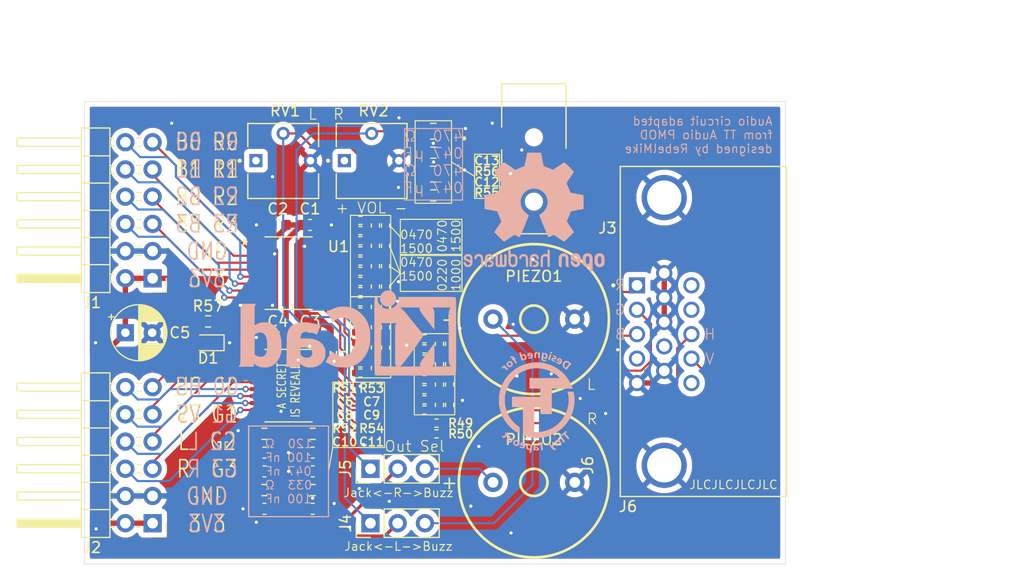
<source format=kicad_pcb>
(kicad_pcb (version 20240108) (generator "pcbnew") (generator_version "8.0")
  (layers (0 "F.Cu" signal) (31 "B.Cu" signal) (34 "B.Paste" user) (35 "F.Paste" user) (36 "B.SilkS" user "B.Silkscreen") (37 "F.SilkS" user "F.Silkscreen") (38 "B.Mask" user) (39 "F.Mask" user) (44 "Edge.Cuts" user))
  (net 0 "")
  (net 1 "GND")
  (net 2 "3V3")
  (net 3 "Net-(C6-Pad1)")
  (net 4 "Net-(C7-Pad1)")
  (net 5 "L_Filtered")
  (net 6 "R_Filtered")
  (net 7 "L_Out")
  (net 8 "L_ToJack")
  (net 9 "R_ToJack")
  (net 10 "R_Out")
  (net 11 "B0_In")
  (net 12 "R0_In")
  (net 13 "R1_In")
  (net 14 "B2_In")
  (net 15 "B1_In")
  (net 16 "R2_In")
  (net 17 "B3_In")
  (net 18 "R3_In")
  (net 19 "R_In")
  (net 20 "HS_In")
  (net 21 "G3_In")
  (net 22 "VS_In")
  (net 23 "G2_In")
  (net 24 "G1_In")
  (net 25 "L_In")
  (net 26 "G0_In")
  (net 27 "L_ToBuzzer")
  (net 28 "R_ToBuzzer")
  (net 29 "B_ANALOG")
  (net 30 "R_ANALOG")
  (net 31 "Net-(J6-Pad14)")
  (net 32 "G_ANALOG")
  (net 36 "Net-(J6-Pad13)")
  (net 39 "Net-(R1-Pad2)")
  (net 40 "R0")
  (net 41 "R1")
  (net 42 "R2")
  (net 43 "Net-(R11-Pad1)")
  (net 44 "R3")
  (net 45 "L")
  (net 46 "R")
  (net 47 "G0")
  (net 48 "G1")
  (net 49 "G2")
  (net 50 "Net-(R13-Pad1)")
  (net 51 "G3")
  (net 52 "B0")
  (net 53 "B1")
  (net 54 "Net-(R17-Pad2)")
  (net 55 "B2")
  (net 56 "B3")
  (net 57 "HS")
  (net 58 "VS")
  (net 61 "Net-(D1-A)")
  (net 62 "Net-(R23-Pad2)")
  (net 63 "Net-(R21-Pad2)")
  (net 64 "Net-(R39-Pad2)")
  (net 65 "Net-(R33-Pad2)")
  (net 66 "Net-(R37-Pad2)")
  (footprint "Resistor_SMD:R_0603_1608Metric" (layer "F.Cu") (at 98.75 108.5 180)
    (property "Reference" "R53")
    (property "Value" "120R")
  )
  (footprint "Resistor_SMD:R_0402_1005Metric" (layer "F.Cu") (at 110.575 103.9 90)
    (property "Reference" "R29" (hide yes))
    (property "Value" "220" (hide yes))
  )
  (footprint "Resistor_SMD:R_0402_1005Metric" (layer "F.Cu") (at 109.175 102.475)
    (property "Reference" "R22" (hide yes))
    (property "Value" "1500" (hide yes))
  )
  (footprint "Resistor_SMD:R_0402_1005Metric" (layer "F.Cu") (at 110.3 107.5)
    (property "Reference" "R49")
    (property "Value" "49.9R" (hide yes))
  )
  (footprint "PJ-320B:BOOMELE_PJ-320B" (layer "F.Cu") (at 119.38 83.82 -90)
    (property "Reference" "J3")
    (property "Value" "PJ-320B")
  )
  (footprint "Capacitor_THT:CP_Radial_D5.0mm_P2.50mm" (layer "F.Cu") (at 81.28 99.06)
    (property "Reference" "C5")
    (property "Value" "10u")
  )
  (footprint "Resistor_SMD:R_0402_1005Metric" (layer "F.Cu") (at 105.55 92.85 90)
    (property "Reference" "R14" (hide yes))
    (property "Value" "1000" (hide yes))
  )
  (footprint "Resistor_SMD:R_0402_1005Metric" (layer "F.Cu") (at 104.6 102.35 90)
    (property "Reference" "R47" (hide yes))
    (property "Value" "220" (hide yes))
  )
  (footprint "Capacitor_SMD:C_0603_1608Metric" (layer "F.Cu") (at 94.25 115.5 180)
    (property "Reference" "C10")
    (property "Value" "100nF")
  )
  (footprint "LCSC:BUZ-TH_BD14.0-P7.60-D0.7-FD" (layer "F.Cu") (at 119.38 97.79)
    (property "Reference" "PIEZO1")
    (property "Value" "ZL-YDW1407-4005P-7.6")
  )
  (footprint "Connector_PinHeader_2.54mm:PinHeader_2x06_P2.54mm_Horizontal" (layer "F.Cu") (at 83.82 93.98 180)
    (property "Reference" "J1")
    (property "Value" "Conn_02x06_Odd_Even")
  )
  (footprint "LCSC:TRIM_3362P-1-102" (layer "F.Cu") (at 96 83)
    (property "Reference" "RV1")
    (property "Value" "3362P-1-201LF")
  )
  (footprint "Resistor_SMD:R_0603_1608Metric" (layer "F.Cu") (at 110 82.25 180)
    (property "Reference" "R56")
    (property "Value" "470R")
  )
  (footprint "Capacitor_SMD:C_0805_2012Metric" (layer "F.Cu") (at 110 80.25 180)
    (property "Reference" "C13")
    (property "Value" "47uF")
  )
  (footprint "Capacitor_SMD:C_0805_2012Metric" (layer "F.Cu") (at 110 84.25 180)
    (property "Reference" "C12")
    (property "Value" "47uF")
  )
  (footprint "Resistor_SMD:R_0402_1005Metric" (layer "F.Cu") (at 103.2 99.025)
    (property "Reference" "R38" (hide yes))
    (property "Value" "1500" (hide yes))
  )
  (footprint "Resistor_SMD:R_0402_1005Metric" (layer "F.Cu") (at 103.2 92.375)
    (property "Reference" "R7" (hide yes))
    (property "Value" "470" (hide yes))
  )
  (footprint "Capacitor_SMD:C_0603_1608Metric" (layer "F.Cu") (at 98.75 110.25 180)
    (property "Reference" "C7")
    (property "Value" "100nF")
  )
  (footprint "Resistor_SMD:R_0603_1608Metric" (layer "F.Cu") (at 94.25 113.75 180)
    (property "Reference" "R52")
    (property "Value" "33R")
  )
  (footprint "Resistor_SMD:R_0402_1005Metric" (layer "F.Cu") (at 111.525 100.1 -90)
    (property "Reference" "R18" (hide yes))
    (property "Value" "1500" (hide yes))
  )
  (footprint "Resistor_SMD:R_0402_1005Metric" (layer "F.Cu") (at 109.175 101.525)
    (property "Reference" "R21" (hide yes))
    (property "Value" "470" (hide yes))
  )
  (footprint "Resistor_SMD:R_0402_1005Metric" (layer "F.Cu") (at 103.2 96.175)
    (property "Reference" "R35" (hide yes))
    (property "Value" "470" (hide yes))
  )
  (footprint "Package_SO:TSSOP-20_4.4x6.5mm_P0.65mm" (layer "F.Cu") (at 96.5 104)
    (property "Reference" "U2")
    (property "Value" "SN74LVC245APW")
  )
  (footprint "LCSC:TRIM_3362P-1-102" (layer "F.Cu") (at 104.25 83)
    (property "Reference" "RV2")
    (property "Value" "3362P-1-201LF")
  )
  (footprint "Resistor_SMD:R_0402_1005Metric" (layer "F.Cu") (at 110.575 105.8 90)
    (property "Reference" "R31" (hide yes))
    (property "Value" "220" (hide yes))
  )
  (footprint "Resistor_SMD:R_0402_1005Metric" (layer "F.Cu") (at 105.55 90.95 90)
    (property "Reference" "R12" (hide yes))
    (property "Value" "1000" (hide yes))
  )
  (footprint "Capacitor_SMD:C_0603_1608Metric" (layer "F.Cu") (at 98.5 99.5)
    (property "Reference" "C3")
    (property "Value" "100n")
  )
  (footprint "Resistor_SMD:R_0402_1005Metric" (layer "F.Cu") (at 103.2 101.875)
    (property "Reference" "R41" (hide yes))
    (property "Value" "470" (hide yes))
  )
  (footprint "Resistor_SMD:R_0402_1005Metric" (layer "F.Cu") (at 109.175 103.425)
    (property "Reference" "R23" (hide yes))
    (property "Value" "470" (hide yes))
  )
  (footprint "Resistor_SMD:R_0603_1608Metric" (layer "F.Cu") (at 110 86.25 180)
    (property "Reference" "R55")
    (property "Value" "470R")
  )
  (footprint "Resistor_SMD:R_0402_1005Metric" (layer "F.Cu") (at 103.2 99.975)
    (property "Reference" "R39" (hide yes))
    (property "Value" "470" (hide yes))
  )
  (footprint "Resistor_SMD:R_0402_1005Metric" (layer "F.Cu") (at 109.175 100.575)
    (property "Reference" "R20" (hide yes))
    (property "Value" "1500" (hide yes))
  )
  (footprint "Resistor_SMD:R_0402_1005Metric" (layer "F.Cu") (at 105.55 98.55 90)
    (property "Reference" "R44" (hide yes))
    (property "Value" "1000" (hide yes))
  )
  (footprint "Resistor_SMD:R_0402_1005Metric" (layer "F.Cu") (at 105.55 100.45 90)
    (property "Reference" "R46" (hide yes))
    (property "Value" "1000" (hide yes))
  )
  (footprint "Resistor_SMD:R_0402_1005Metric" (layer "F.Cu") (at 103.2 91.425)
    (property "Reference" "R6" (hide yes))
    (property "Value" "1500" (hide yes))
  )
  (footprint "Resistor_SMD:R_0402_1005Metric" (layer "F.Cu") (at 103.2 89.525)
    (property "Reference" "R4" (hide yes))
    (property "Value" "1500" (hide yes))
  )
  (footprint "Connector_PinHeader_2.54mm:PinHeader_1x03_P2.54mm_Vertical" (layer "F.Cu") (at 104.14 116.84 90)
    (property "Reference" "J4")
    (property "Value" "Male header")
  )
  (footprint "Package_SO:TSSOP-20_4.4x6.5mm_P0.65mm" (layer "F.Cu") (at 96.5 93.5)
    (property "Reference" "U1")
    (property "Value" "SN74LVC245APW")
  )
  (footprint "Resistor_SMD:R_0402_1005Metric" (layer "F.Cu") (at 105.55 96.65 -90)
    (property "Reference" "R34" (hide yes))
    (property "Value" "1500" (hide yes))
  )
  (footprint "Resistor_SMD:R_0402_1005Metric" (layer "F.Cu") (at 109.175 99.625)
    (property "Reference" "R19" (hide yes))
    (property "Value" "470" (hide yes))
  )
  (footprint "Resistor_SMD:R_0402_1005Metric" (layer "F.Cu") (at 104.6 90.95 90)
    (property "Reference" "R11" (hide yes))
    (property "Value" "220" (hide yes))
  )
  (footprint "Resistor_SMD:R_0402_1005Metric" (layer "F.Cu") (at 109.175 105.325)
    (property "Reference" "R25" (hide yes))
    (property "Value" "470" (hide yes))
  )
  (footprint "Capacitor_SMD:C_0603_1608Metric" (layer "F.Cu") (at 98.75 112 180)
    (property "Reference" "C9")
    (property "Value" "47nF")
  )
  (footprint "Resistor_SMD:R_0603_1608Metric" (layer "F.Cu") (at 94.25 108.5)
    (property "Reference" "R51")
    (property "Value" "120R")
  )
  (footprint "Resistor_SMD:R_0402_1005Metric" (layer "F.Cu") (at 110.575 102 90)
    (property "Reference" "R27" (hide yes))
    (property "Value" "220" (hide yes))
  )
  (footprint "Resistor_SMD:R_0402_1005Metric" (layer "F.Cu") (at 103.2 93.325)
    (property "Reference" "R8" (hide yes))
    (property "Value" "1500" (hide yes))
  )
  (footprint "Resistor_SMD:R_0402_1005Metric" (layer "F.Cu") (at 103.2 90.475)
    (property "Reference" "R5" (hide yes))
    (property "Value" "470" (hide yes))
  )
  (footprint "LCSC:BUZ-TH_BD14.0-P7.60-D0.7-FD" (layer "F.Cu") (at 119.38 113.03)
    (property "Reference" "PIEZO2")
    (property "Value" "ZL-YDW1407-4005P-7.6")
  )
  (footprint "Resistor_SMD:R_0402_1005Metric" (layer "F.Cu") (at 105.55 94.75 90)
    (property "Reference" "R16" (hide yes))
    (property "Value" "1000" (hide yes))
  )
  (footprint "Resistor_SMD:R_0402_1005Metric" (layer "F.Cu") (at 104.6 94.75 90)
    (property "Reference" "R15" (hide yes))
    (property "Value" "220" (hide yes))
  )
  (footprint "Resistor_SMD:R_0402_1005Metric" (layer "F.Cu") (at 110.3 108.5)
    (property "Reference" "R50")
    (property "Value" "49.9R" (hide yes))
  )
  (footprint "ICD15S13E4GX00LF:AMPHENOL_ICD15S13E4GX00LF" (layer "F.Cu") (at 131.5375 98.94175 90)
    (property "Reference" "J6")
    (property "Value" "ICD15S13E4GX00LF")
  )
  (footprint "Capacitor_SMD:C_0603_1608Metric" (layer "F.Cu") (at 98.5 89)
    (property "Reference" "C1")
    (property "Value" "100n")
  )
  (footprint "Capacitor_SMD:C_0603_1608Metric" (layer "F.Cu") (at 94.25 112)
    (property "Reference" "C8")
    (property "Value" "47nF")
  )
  (footprint "Resistor_SMD:R_0402_1005Metric" (layer "F.Cu") (at 104.6 98.55 90)
    (property "Reference" "R43" (hide yes))
    (property "Value" "220" (hide yes))
  )
  (footprint "Resistor_SMD:R_0402_1005Metric" (layer "F.Cu") (at 110.575 100.1 -90)
    (property "Reference" "R17" (hide yes))
    (property "Value" "470" (hide yes))
  )
  (footprint "Resistor_SMD:R_0402_1005Metric" (layer "F.Cu") (at 104.6 89.05 -90)
    (property "Reference" "R1" (hide yes))
    (property "Value" "470" (hide yes))
  )
  (footprint "LED_SMD:LED_0603_1608Metric" (layer "F.Cu") (at 89 100 180)
    (property "Reference" "D1")
    (property "Value" "LED")
  )
  (footprint "Connector_PinHeader_2.54mm:PinHeader_1x03_P2.54mm_Vertical" (layer "F.Cu") (at 104.14 111.76 90)
    (property "Reference" "J5")
    (property "Value" "Male header")
  )
  (footprint "Resistor_SMD:R_0402_1005Metric" (layer "F.Cu") (at 111.525 102 90)
    (property "Reference" "R28" (hide yes))
    (property "Value" "1000" (hide yes))
  )
  (footprint "Capacitor_SMD:C_0603_1608Metric" (layer "F.Cu") (at 98.75 115.5)
    (property "Reference" "C11")
    (property "Value" "100nF")
  )
  (footprint "Connector_PinHeader_2.54mm:PinHeader_2x06_P2.54mm_Horizontal" (layer "F.Cu") (at 83.82 116.84 180)
    (property "Reference" "J2")
    (property "Value" "Conn_02x06_Odd_Even")
  )
  (footprint "Resistor_SMD:R_0402_1005Metric" (layer "F.Cu") (at 109.175 104.375)
    (property "Reference" "R24" (hide yes))
    (property "Value" "1500" (hide yes))
  )
  (footprint "Resistor_SMD:R_0402_1005Metric" (layer "F.Cu") (at 105.55 89.05 -90)
    (property "Reference" "R2" (hide yes))
    (property "Value" "1500" (hide yes))
  )
  (footprint "Capacitor_SMD:C_0603_1608Metric" (layer "F.Cu") (at 95.5 89 180)
    (property "Reference" "C2")
    (property "Value" "1u")
  )
  (footprint "Resistor_SMD:R_0402_1005Metric" (layer "F.Cu") (at 103.2 98.075)
    (property "Reference" "R37" (hide yes))
    (property "Value" "470" (hide yes))
  )
  (footprint "Resistor_SMD:R_0402_1005Metric" (layer "F.Cu") (at 104.6 96.65 -90)
    (property "Reference" "R33" (hide yes))
    (property "Value" "470" (hide yes))
  )
  (footprint "Resistor_SMD:R_0402_1005Metric" (layer "F.Cu") (at 103.2 94.275)
    (property "Reference" "R9" (hide yes))
    (property "Value" "470" (hide yes))
  )
  (footprint "Capacitor_SMD:C_0603_1608Metric" (layer "F.Cu") (at 95.5 99.5 180)
    (property "Reference" "C4")
    (property "Value" "1u")
  )
  (footprint "Resistor_SMD:R_0402_1005Metric" (layer "F.Cu") (at 103.2 97.125)
    (property "Reference" "R36" (hide yes))
    (property "Value" "1500" (hide yes))
  )
  (footprint "Resistor_SMD:R_0402_1005Metric" (layer "F.Cu") (at 104.6 92.85 90)
    (property "Reference" "R13" (hide yes))
    (property "Value" "220" (hide yes))
  )
  (footprint "Capacitor_SMD:C_0603_1608Metric" (layer "F.Cu") (at 94.25 110.25)
    (property "Reference" "C6")
    (property "Value" "100nF")
  )
  (footprint "Resistor_SMD:R_0402_1005Metric" (layer "F.Cu") (at 103.2 100.925)
    (property "Reference" "R40" (hide yes))
    (property "Value" "1500" (hide yes))
  )
  (footprint "Resistor_SMD:R_0402_1005Metric" (layer "F.Cu") (at 103.2 102.825)
    (property "Reference" "R42" (hide yes))
    (property "Value" "1500" (hide yes))
  )
  (footprint "Resistor_SMD:R_0402_1005Metric" (layer "F.Cu") (at 104.6 100.45 90)
    (property "Reference" "R45" (hide yes))
    (property "Value" "220" (hide yes))
  )
  (footprint "Resistor_SMD:R_0402_1005Metric" (layer "F.Cu") (at 111.525 105.8 90)
    (property "Reference" "R32" (hide yes))
    (property "Value" "1000" (hide yes))
  )
  (footprint "Resistor_SMD:R_0402_1005Metric" (layer "F.Cu") (at 109.175 106.275)
    (property "Reference" "R26" (hide yes))
    (property "Value" "1500" (hide yes))
  )
  (footprint "Resistor_SMD:R_0402_1005Metric" (layer "F.Cu") (at 105.55 102.35 90)
    (property "Reference" "R48" (hide yes))
    (property "Value" "1000" (hide yes))
  )
  (footprint "Resistor_SMD:R_0402_1005Metric" (layer "F.Cu") (at 103.2 88.575)
    (property "Reference" "R3" (hide yes))
    (property "Value" "470" (hide yes))
  )
  (footprint "Resistor_SMD:R_0402_1005Metric" (layer "F.Cu") (at 111.525 103.9 90)
    (property "Reference" "R30" (hide yes))
    (property "Value" "1000" (hide yes))
  )
  (footprint "Resistor_SMD:R_0603_1608Metric" (layer "F.Cu") (at 89 98)
    (property "Reference" "R57")
    (property "Value" "1000")
  )
  (footprint "Resistor_SMD:R_0603_1608Metric" (layer "F.Cu") (at 98.75 113.75)
    (property "Reference" "R54")
    (property "Value" "33R")
  )
  (footprint "Resistor_SMD:R_0402_1005Metric" (layer "F.Cu") (at 103.2 95.225)
    (property "Reference" "R10" (hide yes))
    (property "Value" "1500" (hide yes))
  )
  (footprint "Symbol:OSHW-Logo2_14.6x12mm_SilkScreen" (layer "B.Cu") (at 119.4 87.8 180)
    (property "Reference" "REF**" (hide yes))
    (property "Value" "OSHW-Logo2_14.6x12mm_SilkScreen" (hide yes))
  )
  (footprint "TT_Graphics:TT_PMOD_Logo_7mm" (layer "B.Cu") (at 119.6 105.4 180)
    (property "Reference" "LOGO1" (hide yes))
    (property "Value" "PMOD_LOGO")
  )
  (footprint "Symbol:KiCad-Logo_8mm_SilkScreen" (layer "B.Cu") (at 102 99.06 180)
    (property "Reference" "REF**" (hide yes))
    (property "Value" "KiCad-Logo_8mm_SilkScreen" (hide yes))
  )
  (gr_rect (start 107.325 80) (end 112.725 86.675) (stroke (width 0.1)) (fill none) (layer "B.SilkS"))
  (gr_rect (start 92.775 107.775) (end 100.225 116.225) (stroke (width 0.1)) (fill none) (layer "B.SilkS"))
  (gr_rect (start 92.775 107.775) (end 100.225 116.225) (stroke (width 0.1)) (fill none) (layer "F.SilkS"))
  (gr_line (start 100.625 109.775) (end 100.225 112) (stroke (width 0.1)) (layer "F.SilkS"))
  (gr_line (start 113.85 84.4625) (end 111.7 83.125) (stroke (width 0.1)) (layer "F.SilkS"))
  (gr_line (start 105.93 90.95) (end 106.925 93.525) (stroke (width 0.1)) (layer "F.SilkS"))
  (gr_line (start 105.93 89.05) (end 106.925 90.1125) (stroke (width 0.1)) (layer "F.SilkS"))
  (gr_rect (start 102.275 88.1) (end 106.025 95.7) (stroke (width 0.1)) (fill none) (layer "F.SilkS"))
  (gr_rect (start 102.275 95.7) (end 106.025 103.275) (stroke (width 0.1)) (fill none) (layer "F.SilkS"))
  (gr_rect (start 108.225 99.15) (end 112 106.725) (stroke (width 0.1)) (fill none) (layer "F.SilkS"))
  (gr_line (start 105.93 92.85) (end 106.925 93.525) (stroke (width 0.1)) (layer "F.SilkS"))
  (gr_line (start 105.93 94.75) (end 106.925 93.525) (stroke (width 0.1)) (layer "F.SilkS"))
  (gr_rect (start 100.625 103.675) (end 105.45 109.775) (stroke (width 0.1)) (fill none) (layer "F.SilkS"))
  (gr_rect (start 113.85 82.4) (end 116.175 86.525) (stroke (width 0.1)) (fill none) (layer "F.SilkS"))
  (gr_rect (start 106.925 88.475) (end 112.675 91.75) (stroke (width 0.1)) (fill none) (layer "F.SilkS"))
  (gr_rect (start 106.925 91.85) (end 112.675 95.2) (stroke (width 0.1)) (fill none) (layer "F.SilkS"))
  (gr_rect (start 108.3 79.275) (end 111.7 86.975) (stroke (width 0.1)) (fill none) (layer "F.SilkS"))
  (gr_rect (start 77.47 77.47) (end 142.85 120.65) (stroke (width 0.05)) (fill none) (layer "Edge.Cuts"))
  (gr_text "R" (at 128 94.6 0) (layer "B.SilkS") (effects (font (size 1 1) (thickness 0.1)) (justify left mirror)))
  (gr_text "Audio circuit adapted \nfrom TT Audio PMOD \ndesigned by RebelMike" (at 141.7 80.6 -0) (layer "B.SilkS") (effects (font (size 0.8 0.8) (thickness 0.1)) (justify left mirror)))
  (gr_text "V" (at 135.3 101.5 0) (layer "B.SilkS") (effects (font (size 1 1) (thickness 0.1)) (justify right mirror)))
  (gr_text "H" (at 135.2 99.2 0) (layer "B.SilkS") (effects (font (size 1 1) (thickness 0.1)) (justify right mirror)))
  (gr_text "470  Ω\n047 μF\n470  Ω\n047 μF" (at 110.025 83.125 0) (layer "B.SilkS") (effects (font (size 1 1) (thickness 0.1)) (justify mirror)))
  (gr_text "R0 B0\nR1 B1\nR2 B2\nR3 B3\nGND\n3V3" (at 88.9 87.625 0) (layer "B.SilkS") (effects (font (size 1.5875 1.27) (thickness 0.1524)) (justify mirror)))
  (gr_text "G" (at 128 96.9 0) (layer "B.SilkS") (effects (font (size 1 1) (thickness 0.1)) (justify left mirror)))
  (gr_text "B" (at 128 99.2 0) (layer "B.SilkS") (effects (font (size 1 1) (thickness 0.1)) (justify left mirror)))
  (gr_text "G0 HS\nG1 VS\nG2 L \nG3 R \nGND\n3V3" (at 88.9 110.5 0) (layer "B.SilkS") (effects (font (size 1.5875 1.27) (thickness 0.1524)) (justify mirror)))
  (gr_text "120  Ω\n100 nF\n047 nF\n033  Ω\n100 nF" (at 96.5 112 0) (layer "B.SilkS") (effects (font (size 0.8 0.8) (thickness 0.1)) (justify mirror)))
  (gr_text "0220 0470\n1000 1500" (at 110.375 91.85 90) (layer "F.SilkS") (effects (font (size 0.8 0.8) (thickness 0.1)) (justify top)))
  (gr_text "Jack<-L->Buzz" (at 106.75 119 0) (layer "F.SilkS") (effects (font (size 0.8 0.8) (thickness 0.1))))
  (gr_text "L  R" (at 100 79.25 0) (layer "F.SilkS") (effects (font (size 1 1) (thickness 0.1)) (justify bottom)))
  (gr_text "L\n\nR" (at 124.25 105.5 0) (layer "F.SilkS") (effects (font (size 1 1) (thickness 0.1)) (justify left)))
  (gr_text "B0 R0\nB1 R1\nB2 R2\nB3 R3\nGND\n3V3" (at 88.9 87.63 0) (layer "F.SilkS") (effects (font (size 1.5875 1.27) (thickness 0.1524))))
  (gr_text "0470\n1500\n0470\n1500" (at 110.025 91.85 0) (layer "F.SilkS") (effects (font (size 0.8 0.8) (thickness 0.1)) (justify right)))
  (gr_text "A SECRET\nIS REVEALED!" (at 96.5 104 90) (layer "F.SilkS") (effects (font (size 0.8 0.6) (thickness 0.1) (bold yes))))
  (gr_text "Jack<-R->Buzz" (at 106.75 114 0) (layer "F.SilkS") (effects (font (size 0.8 0.8) (thickness 0.1))))
  (gr_text "HS G0\nVS G1\nL  G2\nR  G3\nGND\n3V3" (at 88.9 110.49 0) (layer "F.SilkS") (effects (font (size 1.5875 1.27) (thickness 0.1524))))
  (gr_text "Out Sel" (at 108.25 110.25 0) (layer "F.SilkS") (effects (font (size 1 1) (thickness 0.1)) (justify bottom)))
  (gr_text "JLCJLCJLCJLC" (at 138 113.25 0) (layer "F.SilkS") (effects (font (size 0.8 0.8) (thickness 0.1))))
  (gr_text "J6" (at 127.2 114.7 0) (layer "F.SilkS") (effects (font (size 1 1)) (justify left top)))
  (gr_text "+ VOL -" (at 104.25 88 0) (layer "F.SilkS") (effects (font (size 1 1) (thickness 0.1)) (justify bottom)))
  (segment (start 100.75 102.075) (end 100.75 101.725) (width 0.2) (layer "F.Cu") (net 1))
  (segment (start 115.5 80.79) (end 115.63 80.92) (width 0.2) (layer "F.Cu") (net 1))
  (segment (start 99.525 115.5) (end 99.525 115.275) (width 0.5) (layer "F.Cu") (net 1))
  (segment (start 93.475 115.5) (end 93.475 116.725) (width 0.5) (layer "F.Cu") (net 1))
  (segment (start 92.075 96.425) (end 92 96.5) (width 0.3) (layer "F.Cu") (net 1))
  (segment (start 89.7875 100) (end 91 100) (width 0.2) (layer "F.Cu") (net 1))
  (segment (start 93.6375 96.425) (end 94.925 96.425) (width 0.3) (layer "F.Cu") (net 1))
  (segment (start 100.25 115.5) (end 100.75 115) (width 0.5) (layer "F.Cu") (net 1))
  (segment (start 99.3625 91.225) (end 100.099999 91.225) (width 0.3) (layer "F.Cu") (net 1))
  (segment (start 110.025 83.125) (end 110.025 83.1) (width 0.2) (layer "F.Cu") (net 1))
  (segment (start 110 81.425) (end 109.175 82.25) (width 0.2) (layer "F.Cu") (net 1))
  (segment (start 94.725 99.5) (end 93.5 99.5) (width 0.5) (layer "F.Cu") (net 1))
  (segment (start 93.075 106.925) (end 93.6375 106.925) (width 0.3) (layer "F.Cu") (net 1))
  (segment (start 131.5375 98.05675) (end 131.5375 93.49675) (width 0.5) (layer "F.Cu") (net 1))
  (segment (start 95.8 106.4) (end 95.275 106.925) (width 0.3) (layer "F.Cu") (net 1))
  (segment (start 99.525 115.5) (end 100.25 115.5) (width 0.5) (layer "F.Cu") (net 1))
  (segment (start 93.475 115.5) (end 92.25 115.5) (width 0.5) (layer "F.Cu") (net 1))
  (segment (start 103.175 104.05) (end 102.725 104.05) (width 0.2) (layer "F.Cu") (net 1))
  (segment (start 109.175 82.25) (end 107.54 82.25) (width 0.2) (layer "F.Cu") (net 1))
  (segment (start 113.92 80.92) (end 115.63 80.92) (width 0.2) (layer "F.Cu") (net 1))
  (segment (start 110.025 83.1) (end 109.175 82.25) (width 0.2) (layer "F.Cu") (net 1))
  (segment (start 97.975 112) (end 95.025 112) (width 0.5) (layer "F.Cu") (net 1))
  (segment (start 94.925 96.425) (end 95 96.5) (width 0.3) (layer "F.Cu") (net 1))
  (segment (start 98.225 91.225) (end 98 91) (width 0.3) (layer "F.Cu") (net 1))
  (segment (start 103.175 104.05) (end 105.775 104.05) (width 0.2) (layer "F.Cu") (net 1))
  (segment (start 102.725 104.05) (end 100.75 102.075) (width 0.2) (layer "F.Cu") (net 1))
  (segment (start 99.275 89) (end 100.5 89) (width 0.5) (layer "F.Cu") (net 1))
  (segment (start 99.275 99.525) (end 98.475 100.325) (width 0.5) (layer "F.Cu") (net 1))
  (segment (start 131.5375 102.61675) (end 130.3975 103.75675) (width 0.5) (layer "F.Cu") (net 1))
  (segment (start 94.725 89) (end 93.5 89) (width 0.5) (layer "F.Cu") (net 1))
  (segment (start 95.025 110.25) (end 97.975 110.25) (width 0.5) (layer "F.Cu") (net 1))
  (segment (start 100.75 100.775) (end 100.75 101.725) (width 0.3) (layer "F.Cu") (net 1))
  (segment (start 100.099999 91.225) (end 100.5 90.824999) (width 0.3) (layer "F.Cu") (net 1))
  (segment (start 99.3625 91.225) (end 98.225 91.225) (width 0.3) (layer "F.Cu") (net 1))
  (segment (start 97.525 101.725) (end 99.3625 101.725) (width 0.3) (layer "F.Cu") (net 1))
  (segment (start 106.65 96.125) (end 106.635 96.14) (width 0.2) (layer "F.Cu") (net 1))
  (segment (start 97.975 112) (end 97.975 110.25) (width 0.5) (layer "F.Cu") (net 1))
  (segment (start 107.54 82.25) (end 106.79 83) (width 0.2) (layer "F.Cu") (net 1))
  (segment (start 110 81.375) (end 110 81.425) (width 0.2) (layer "F.Cu") (net 1))
  (segment (start 91.8 108.2) (end 93.075 106.925) (width 0.3) (layer "F.Cu") (net 1))
  (segment (start 98.475 100.325) (end 98.625 100.475) (width 0.3) (layer "F.Cu") (net 1))
  (segment (start 107.125 102.7) (end 107.125 100.625) (width 0.2) (layer "F.Cu") (net 1))
  (segment (start 93.475 116.725) (end 93.5 116.75) (width 0.3) (layer "F.Cu") (net 1))
  (segment (start 100.5 90.824999) (end 100.5 89) (width 0.3) (layer "F.Cu") (net 1))
  (segment (start 95.025 110.25) (end 95.025 112) (width 0.5) (layer "F.Cu") (net 1))
  (segment (start 99.275 99.5) (end 99.275 99.525) (width 0.5) (layer "F.Cu") (net 1))
  (segment (start 107.125 100.625) (end 107.525 100.225) (width 0.2) (layer "F.Cu") (net 1))
  (segment (start 95.275 106.925) (end 93.6375 106.925) (width 0.3) (layer "F.Cu") (net 1))
  (segment (start 105.775 104.05) (end 107.125 102.7) (width 0.2) (layer "F.Cu") (net 1))
  (segment (start 130.3975 103.75675) (end 128.9975 103.75675) (width 0.5) (layer "F.Cu") (net 1))
  (segment (start 99.525 115.275) (end 98.75 114.5) (width 0.5) (layer "F.Cu") (net 1))
  (segment (start 93.6375 96.425) (end 92.075 96.425) (width 0.3) (layer "F.Cu") (net 1))
  (segment (start 106.635 96.14) (end 104.6 96.14) (width 0.2) (layer "F.Cu") (net 1))
  (segment (start 100.75 101.725) (end 99.3625 101.725) (width 0.3) (layer "F.Cu") (net 1))
  (segment (start 98.625 100.475) (end 100.45 100.475) (width 0.3) (layer "F.Cu") (net 1))
  (segment (start 97.4 101.6) (end 97.525 101.725) (width 0.3) (layer "F.Cu") (net 1))
  (segment (start 100.45 100.475) (end 100.75 100.775) (width 0.3) (layer "F.Cu") (net 1))
  (via (at 78.55 117.375) (size 0.6) (drill 0.3) (layers "F.Cu" "B.Cu") (net 1))
  (via (at 92 96.5) (size 0.6) (drill 0.3) (layers "F.Cu" "B.Cu") (net 1))
  (via (at 121 102.9) (size 0.5) (drill 0.3) (layers "F.Cu" "B.Cu") (net 1))
  (via (at 96.5 112) (size 0.6) (drill 0.3) (layers "F.Cu" "B.Cu") (net 1))
  (via (at 98.75 114.5) (size 0.6) (drill 0.3) (layers "F.Cu" "B.Cu") (net 1))
  (via (at 117.8 103.1) (size 0.5) (drill 0.3) (layers "F.Cu" "B.Cu") (net 1))
  (via (at 102.2 117.2) (size 0.5) (drill 0.3) (layers "F.Cu" "B.Cu") (net 1))
  (via (at 95.2 91.7) (size 0.5) (drill 0.3) (layers "F.Cu" "B.Cu") (net 1))
  (via (at 100.9 107.7) (size 0.5) (drill 0.3) (layers "F.Cu" "B.Cu") (net 1))
  (via (at 96.5 110.25) (size 0.6) (drill 0.3) (layers "F.Cu" "B.Cu") (net 1))
  (via (at 117.25 117.75) (size 0.6) (drill 0.3) (layers "F.Cu" "B.Cu") (net 1))
  (via (at 112.925 83.875) (size 0.6) (drill 0.3) (layers "F.Cu" "B.Cu") (net 1))
  (via (at 105.9 114.8) (size 0.5) (drill 0.3) (layers "F.Cu" "B.Cu") (net 1))
  (via (at 93.5 116.75) (size 0.6) (drill 0.3) (layers "F.Cu" "B.Cu") (net 1))
  (via (at 110.025 83.125) (size 0.6) (drill 0.3) (layers "F.Cu" "B.Cu") (net 1))
  (via (at 85.6 79.5) (size 0.5) (drill 0.3) (layers "F.Cu" "B.Cu") (net 1))
  (via (at 93.5 99.5) (size 0.6) (drill 0.3) (layers "F.Cu" "B.Cu") (net 1))
  (via (at 118.25 82) (size 0.6) (drill 0.3) (layers "F.Cu" "B.Cu") (net 1))
  (via (at 91.8 108.2) (size 0.6) (drill 0.3) (layers "F.Cu" "B.Cu") (net 1))
  (via (at 93.5 89) (size 0.6) (drill 0.3) (layers "F.Cu" "B.Cu") (net 1))
  (via (at 110 81.375) (size 0.6) (drill 0.3) (layers "F.Cu" "B.Cu") (net 1))
  (via (at 100.75 101.725) (size 0.6) (drill 0.3) (layers "F.Cu" "B.Cu") (net 1))
  (via (at 112.725 105.375) (size 0.6) (drill 0.3) (layers "F.Cu" "B.Cu") (net 1))
  (via (at 106.8 79) (size 0.5) (drill 0.3) (layers "F.Cu" "B.Cu") (net 1))
  (via (at 103.1 113.6) (size 0.5) (drill 0.3) (layers "F.Cu" "B.Cu") (net 1))
  (via (at 95.8 106.4) (size 0.6) (drill 0.3) (layers "F.Cu" "B.Cu") (net 1))
  (via (at 106.75 85.5) (size 0.6) (drill 0.3) (layers "F.Cu" "B.Cu") (net 1))
  (via (at 115.5 79.5) (size 0.6) (drill 0.3) (layers "F.Cu" "B.Cu") (net 1))
  (via (at 91 100) (size 0.6) (drill 0.3) (layers "F.Cu" "B.Cu") (net 1))
  (via (at 100.75 115) (size 0.6) (drill 0.3) (layers "F.Cu" "B.Cu") (net 1))
  (via (at 103.5 109.5) (size 0.6) (drill 0.3) (layers "F.Cu" "B.Cu") (net 1))
  (via (at 117.45 98.275) (size 0.6) (drill 0.3) (layers "F.Cu" "B.Cu") (net 1))
  (via (at 95 96.5) (size 0.6) (drill 0.3) (layers "F.Cu" "B.Cu") (net 1))
  (via (at 114.25 109.675) (size 0.6) (drill 0.3) (layers "F.Cu" "B.Cu") (net 1))
  (via (at 117.2 84.2) (size 0.5) (drill 0.3) (layers "F.Cu" "B.Cu") (net 1))
  (via (at 95 84.5) (size 0.6) (drill 0.3) (layers "F.Cu" "B.Cu") (net 1))
  (via (at 113 80) (size 0.6) (drill 0.3) (layers "F.Cu" "B.Cu") (net 1))
  (via (at 92.25 115.5) (size 0.6) (drill 0.3) (layers "F.Cu" "B.Cu") (net 1))
  (via (at 112.475 98.65) (size 0.6) (drill 0.3) (layers "F.Cu" "B.Cu") (net 1))
  (via (at 123.7 105.2) (size 0.6) (drill 0.3) (layers "F.Cu" "B.Cu") (net 1))
  (via (at 107.525 100.225) (size 0.6) (drill 0.3) (layers "F.Cu" "B.Cu") (net 1))
  (via (at 78.5 100) (size 0.5) (drill 0.3) (layers "F.Cu" "B.Cu") (net 1))
  (via (at 106.75 94.3) (size 0.6) (drill 0.3) (layers "F.Cu" "B.Cu") (net 1))
  (via (at 126.075 106.6) (size 0.6) (drill 0.3) (layers "F.Cu" "B.Cu") (net 1))
  (via (at 103.175 104.05) (size 0.6) (drill 0.3) (layers "F.Cu" "B.Cu") (net 1))
  (via (at 97.4 101.6) (size 0.6) (drill 0.3) (layers "F.Cu" "B.Cu") (net 1))
  (via (at 100.5 89) (size 0.6) (drill 0.3) (layers "F.Cu" "B.Cu") (net 1))
  (via (at 127.2 100.65) (size 0.6) (drill 0.3) (layers "F.Cu" "B.Cu") (net 1))
  (via (at 106.65 96.125) (size 0.6) (drill 0.3) (layers "F.Cu" "B.Cu") (net 1))
  (via (at 119.3 92.2) (size 0.5) (drill 0.3) (layers "F.Cu" "B.Cu") (net 1))
  (via (at 98.475 100.325) (size 0.6) (drill 0.3) (layers "F.Cu" "B.Cu") (net 1))
  (via (at 113.5 115.25) (size 0.6) (drill 0.3) (layers "F.Cu" "B.Cu") (net 1))
  (via (at 98 91) (size 0.6) (drill 0.3) (layers "F.Cu" "B.Cu") (net 1))
  (segment (start 97.725 99.5) (end 96.275 98.05) (width 0.5) (layer "F.Cu") (net 2))
  (segment (start 97.725 100.725) (end 97.725 99.5) (width 0.5) (layer "F.Cu") (net 2))
  (segment (start 96.275 89.225) (end 94.925 90.575) (width 0.5) (layer "F.Cu") (net 2))
  (segment (start 89.825 98) (end 96.225 98) (width 0.5) (layer "F.Cu") (net 2))
  (segment (start 85.805 93.98) (end 89.825 98) (width 0.5) (layer "F.Cu") (net 2))
  (segment (start 98.075 101.075) (end 97.725 100.725) (width 0.5) (layer "F.Cu") (net 2))
  (segment (start 99.3 90.575) (end 97.725 89) (width 0.5) (layer "F.Cu") (net 2))
  (segment (start 99.3 101.075) (end 98.075 101.075) (width 0.5) (layer "F.Cu") (net 2))
  (segment (start 79.84 116.84) (end 81.28 116.84) (width 0.5) (layer "F.Cu") (net 2))
  (segment (start 99.3625 101.075) (end 99.3 101.075) (width 0.3) (layer "F.Cu") (net 2))
  (segment (start 94.925 101.075) (end 93.6375 101.075) (width 0.5) (layer "F.Cu") (net 2))
  (segment (start 96.275 99.5) (end 96.275 99.725) (width 0.3) (layer "F.Cu") (net 2))
  (segment (start 81.28 99.06) (end 78.7 101.64) (width 0.5) (layer "F.Cu") (net 2))
  (segment (start 96.275 98.05) (end 96.275 90.45) (width 0.5) (layer "F.Cu") (net 2))
  (segment (start 83.82 93.98) (end 85.805 93.98) (width 0.5) (layer "F.Cu") (net 2))
  (segment (start 81.28 99.06) (end 81.28 93.98) (width 0.5) (layer "F.Cu") (net 2))
  (segment (start 96.275 89) (end 96.275 89.225) (width 0.3) (layer "F.Cu") (net 2))
  (segment (start 94.925 90.575) (end 93.6375 90.575) (width 0.5) (layer "F.Cu") (net 2))
  (segment (start 96.225 98) (end 97.725 99.5) (width 0.5) (layer "F.Cu") (net 2))
  (segment (start 97.725 89) (end 96.275 89) (width 0.5) (layer "F.Cu") (net 2))
  (segment (start 81.28 93.98) (end 83.82 93.98) (width 0.5) (layer "F.Cu") (net 2))
  (segment (start 78.7 101.64) (end 78.7 115.7) (width 0.5) (layer "F.Cu") (net 2))
  (segment (start 83.82 116.84) (end 81.28 116.84) (width 0.5) (layer "F.Cu") (net 2))
  (segment (start 96.275 90.45) (end 97.725 89) (width 0.5) (layer "F.Cu") (net 2))
  (segment (start 96.275 99.725) (end 94.925 101.075) (width 0.5) (layer "F.Cu") (net 2))
  (segment (start 93.6375 90.575) (end 94.505588 90.575) (width 0.5) (layer "F.Cu") (net 2))
  (segment (start 78.7 115.7) (end 79.84 116.84) (width 0.5) (layer "F.Cu") (net 2))
  (segment (start 96.275 99.5) (end 97.725 99.5) (width 0.5) (layer "F.Cu") (net 2))
  (segment (start 99.3625 90.575) (end 99.3 90.575) (width 0.3) (layer "F.Cu") (net 2))
  (segment (start 93.425 108.5) (end 93.425 113.75) (width 0.3) (layer "F.Cu") (net 3))
  (segment (start 99.575 113.75) (end 99.575 108.5) (width 0.3) (layer "F.Cu") (net 4))
  (segment (start 95.025 115.5) (end 95.025 113.8) (width 0.3) (layer "F.Cu") (net 5))
  (segment (start 95.025 115.5) (end 97.565 118.04) (width 0.3) (layer "F.Cu") (net 5))
  (segment (start 105.48 118.04) (end 106.68 116.84) (width 0.3) (layer "F.Cu") (net 5))
  (segment (start 95.025 113.8) (end 95.075 113.75) (width 0.3) (layer "F.Cu") (net 5))
  (segment (start 97.565 118.04) (end 105.48 118.04) (width 0.3) (layer "F.Cu") (net 5))
  (segment (start 97.975 115.5) (end 98.8 116.325) (width 0.3) (layer "F.Cu") (net 6))
  (segment (start 98.8 116.325) (end 102.115 116.325) (width 0.3) (layer "F.Cu") (net 6))
  (segment (start 97.925 115.45) (end 97.975 115.5) (width 0.3) (layer "F.Cu") (net 6))
  (segment (start 97.925 113.75) (end 97.925 115.45) (width 0.3) (layer "F.Cu") (net 6))
  (segment (start 102.115 116.325) (end 106.68 111.76) (width 0.3) (layer "F.Cu") (net 6))
  (segment (start 110.95 84.25) (end 112 84.25) (width 0.2) (layer "F.Cu") (net 7))
  (segment (start 112 84.25) (end 113.96 86.21) (width 0.2) (layer "F.Cu") (net 7))
  (segment (start 113.96 86.25) (end 114 86.25) (width 0.2) (layer "F.Cu") (net 7))
  (segment (start 110.95 84.25) (end 110.95 86.125) (width 0.2) (layer "F.Cu") (net 7))
  (segment (start 115.63 87.88) (end 115.63 87.92) (width 0.2) (layer "F.Cu") (net 7))
  (segment (start 110.95 86.125) (end 110.825 86.25) (width 0.2) (layer "F.Cu") (net 7))
  (segment (start 113.96 86.21) (end 113.96 86.25) (width 0.2) (layer "F.Cu") (net 7))
  (segment (start 114 86.25) (end 115.63 87.88) (width 0.2) (layer "F.Cu") (net 7))
  (segment (start 110.825 86.25) (end 113.96 86.25) (width 0.2) (layer "F.Cu") (net 7))
  (segment (start 97.46 80.46) (end 96 80.46) (width 0.2) (layer "F.Cu") (net 8))
  (segment (start 109.05 84.25) (end 104.782 84.25) (width 0.2) (layer "F.Cu") (net 8))
  (segment (start 102.282 81.75) (end 98.75 81.75) (width 0.2) (layer "F.Cu") (net 8))
  (segment (start 104.782 84.25) (end 102.282 81.75) (width 0.2) (layer "F.Cu") (net 8))
  (segment (start 98.75 81.75) (end 97.46 80.46) (width 0.2) (layer "F.Cu") (net 8))
  (segment (start 101.75 99.5) (end 101.75 114.45) (width 0.2) (layer "B.Cu") (net 8))
  (segment (start 101.75 114.45) (end 104.14 116.84) (width 0.2) (layer "B.Cu") (net 8))
  (segment (start 96 96.5) (end 97.75 98.25) (width 0.2) (layer "B.Cu") (net 8))
  (segment (start 100.5 98.25) (end 101.75 99.5) (width 0.2) (layer "B.Cu") (net 8))
  (segment (start 96 80.46) (end 96 96.5) (width 0.2) (layer "B.Cu") (net 8))
  (segment (start 97.75 98.25) (end 100.5 98.25) (width 0.2) (layer "B.Cu") (net 8))
  (segment (start 109.05 80.25) (end 104.46 80.25) (width 0.2) (layer "F.Cu") (net 9))
  (segment (start 104.46 80.25) (end 104.25 80.46) (width 0.2) (layer "F.Cu") (net 9))
  (segment (start 102.15 109.77) (end 104.14 111.76) (width 0.2) (layer "B.Cu") (net 9))
  (segment (start 102.15 98.9) (end 102.15 109.77) (width 0.2) (layer "B.Cu") (net 9))
  (segment (start 98.79 80.46) (end 97.25 82) (width 0.2) (layer "B.Cu") (net 9))
  (segment (start 100.85 97.6) (end 102.15 98.9) (width 0.2) (layer "B.Cu") (net 9))
  (segment (start 97.25 96.75) (end 98.1 97.6) (width 0.2) (layer "B.Cu") (net 9))
  (segment (start 97.25 82) (end 97.25 96.75) (width 0.2) (layer "B.Cu") (net 9))
  (segment (start 98.1 97.6) (end 100.85 97.6) (width 0.2) (layer "B.Cu") (net 9))
  (segment (start 104.25 80.46) (end 98.79 80.46) (width 0.2) (layer "B.Cu") (net 9))
  (segment (start 110.825 82.075) (end 110.95 81.95) (width 0.2) (layer "F.Cu") (net 10))
  (segment (start 111.495 82.92) (end 110.825 82.25) (width 0.2) (layer "F.Cu") (net 10))
  (segment (start 123.13 82.92) (end 114.5 82.92) (width 0.2) (layer "F.Cu") (net 10))
  (segment (start 114.5 82.92) (end 111.495 82.92) (width 0.2) (layer "F.Cu") (net 10))
  (segment (start 110.95 80.25) (end 113.62 82.92) (width 0.2) (layer "F.Cu") (net 10))
  (segment (start 110.95 81.95) (end 110.95 80.25) (width 0.2) (layer "F.Cu") (net 10))
  (segment (start 113.62 82.92) (end 114.5 82.92) (width 0.2) (layer "F.Cu") (net 10))
  (segment (start 110.825 82.25) (end 110.825 82.075) (width 0.2) (layer "F.Cu") (net 10))
  (segment (start 92 93.825) (end 93.6375 93.825) (width 0.2) (layer "F.Cu") (net 11))
  (via (at 92 93.825) (size 0.6) (drill 0.3) (layers "F.Cu" "B.Cu") (net 11))
  (segment (start 92 90.5) (end 86 84.5) (width 0.2) (layer "B.Cu") (net 11))
  (segment (start 86 83.475) (end 85.195 82.67) (width 0.2) (layer "B.Cu") (net 11))
  (segment (start 92 93.825) (end 92 90.5) (width 0.2) (layer "B.Cu") (net 11))
  (segment (start 82.67 82.67) (end 81.28 81.28) (width 0.2) (layer "B.Cu") (net 11))
  (segment (start 85.195 82.67) (end 82.67 82.67) (width 0.2) (layer "B.Cu") (net 11))
  (segment (start 86 84.5) (end 86 83.475) (width 0.2) (layer "B.Cu") (net 11))
  (segment (start 86 83.46) (end 86 84.5) (width 0.2) (layer "F.Cu") (net 12))
  (segment (start 86 84.5) (end 92.725 91.225) (width 0.2) (layer "F.Cu") (net 12))
  (segment (start 92.725 91.225) (end 93.6375 91.225) (width 0.2) (layer "F.Cu") (net 12))
  (segment (start 83.82 81.28) (end 86 83.46) (width 0.2) (layer "F.Cu") (net 12))
  (segment (start 83.82 84.32) (end 91.375 91.875) (width 0.2) (layer "F.Cu") (net 13))
  (segment (start 83.82 83.82) (end 83.82 84.32) (width 0.2) (layer "F.Cu") (net 13))
  (segment (start 91.375 91.875) (end 93.6375 91.875) (width 0.2) (layer "F.Cu") (net 13))
  (segment (start 91 95.125) (end 93.6375 95.125) (width 0.2) (layer "F.Cu") (net 14))
  (via (at 91 95.125) (size 0.6) (drill 0.3) (layers "F.Cu" "B.Cu") (net 14))
  (segment (start 91 95.125) (end 90 94.125) (width 0.2) (layer "B.Cu") (net 14))
  (segment (start 90 94.125) (end 90 92.75) (width 0.2) (layer "B.Cu") (net 14))
  (segment (start 82.48 87.56) (end 81.28 86.36) (width 0.2) (layer "B.Cu") (net 14))
  (segment (start 90 92.75) (end 84.81 87.56) (width 0.2) (layer "B.Cu") (net 14))
  (segment (start 84.81 87.56) (end 82.48 87.56) (width 0.2) (layer "B.Cu") (net 14))
  (segment (start 91.5 94.475) (end 93.6375 94.475) (width 0.2) (layer "F.Cu") (net 15))
  (via (at 91.5 94.475) (size 0.6) (drill 0.3) (layers "F.Cu" "B.Cu") (net 15))
  (segment (start 91 93.975) (end 91 91.5) (width 0.2) (layer "B.Cu") (net 15))
  (segment (start 91.5 94.475) (end 91 93.975) (width 0.2) (layer "B.Cu") (net 15))
  (segment (start 84.52 85.02) (end 82.48 85.02) (width 0.2) (layer "B.Cu") (net 15))
  (segment (start 82.48 85.02) (end 81.28 83.82) (width 0.2) (layer "B.Cu") (net 15))
  (segment (start 91 91.5) (end 84.52 85.02) (width 0.2) (layer "B.Cu") (net 15))
  (segment (start 83.82 86.57) (end 89.775 92.525) (width 0.2) (layer "F.Cu") (net 16))
  (segment (start 89.775 92.525) (end 93.6375 92.525) (width 0.2) (layer "F.Cu") (net 16))
  (segment (start 83.82 86.36) (end 83.82 86.57) (width 0.2) (layer "F.Cu") (net 16))
  (segment (start 90.5 95.775) (end 93.6375 95.775) (width 0.2) (layer "F.Cu") (net 17))
  (via (at 90.5 95.775) (size 0.6) (drill 0.3) (layers "F.Cu" "B.Cu") (net 17))
  (segment (start 85.1 90.1) (end 82.48 90.1) (width 0.2) (layer "B.Cu") (net 17))
  (segment (start 90.5 95.775) (end 90.5 95.5) (width 0.2) (layer "B.Cu") (net 17))
  (segment (start 90.5 95.5) (end 85.1 90.1) (width 0.2) (layer "B.Cu") (net 17))
  (segment (start 82.48 90.1) (end 81.28 88.9) (width 0.2) (layer "B.Cu") (net 17))
  (segment (start 83.9 88.9) (end 88.175 93.175) (width 0.2) (layer "F.Cu") (net 18))
  (segment (start 88.175 93.175) (end 93.6375 93.175) (width 0.2) (layer "F.Cu") (net 18))
  (segment (start 83.82 88.9) (end 83.9 88.9) (width 0.2) (layer "F.Cu") (net 18))
  (segment (start 93.6375 106.275) (end 92 106.275) (width 0.2) (layer "F.Cu") (net 19))
  (via (at 92 106.275) (size 0.6) (drill 0.3) (layers "F.Cu" "B.Cu") (net 19))
  (segment (start 85.365 112.91) (end 82.43 112.91) (width 0.2) (layer "B.Cu") (net 19))
  (segment (start 92 106.275) (end 85.365 112.91) (width 0.2) (layer "B.Cu") (net 19))
  (segment (start 82.43 112.91) (end 81.28 111.76) (width 0.2) (layer "B.Cu") (net 19))
  (segment (start 93.6375 104.325) (end 92.5 104.325) (width 0.2) (layer "F.Cu") (net 20))
  (via (at 92.5 104.325) (size 0.6) (drill 0.3) (layers "F.Cu" "B.Cu") (net 20))
  (segment (start 82.43 105.29) (end 81.28 104.14) (width 0.2) (layer "B.Cu") (net 20))
  (segment (start 84.46 105.29) (end 82.43 105.29) (width 0.2) (layer "B.Cu") (net 20))
  (segment (start 85.425 104.325) (end 84.46 105.29) (width 0.2) (layer "B.Cu") (net 20))
  (segment (start 92.5 104.325) (end 85.425 104.325) (width 0.2) (layer "B.Cu") (net 20))
  (segment (start 91.325 103.675) (end 83.82 111.18) (width 0.2) (layer "F.Cu") (net 21))
  (segment (start 93.6375 103.675) (end 91.325 103.675) (width 0.2) (layer "F.Cu") (net 21))
  (segment (start 83.82 111.18) (end 83.82 111.76) (width 0.2) (layer "F.Cu") (net 21))
  (segment (start 93.6375 104.975) (end 92 104.975) (width 0.2) (layer "F.Cu") (net 22))
  (via (at 92 104.975) (size 0.6) (drill 0.3) (layers "F.Cu" "B.Cu") (net 22))
  (segment (start 82.43 107.83) (end 81.28 106.68) (width 0.2) (layer "B.Cu") (net 22))
  (segment (start 87.525 104.975) (end 84.67 107.83) (width 0.2) (layer "B.Cu") (net 22))
  (segment (start 92 104.975) (end 87.525 104.975) (width 0.2) (layer "B.Cu") (net 22))
  (segment (start 84.67 107.83) (end 82.43 107.83) (width 0.2) (layer "B.Cu") (net 22))
  (segment (start 83.82 108.68) (end 83.82 109.22) (width 0.2) (layer "F.Cu") (net 23))
  (segment (start 89.475 103.025) (end 83.82 108.68) (width 0.2) (layer "F.Cu") (net 23))
  (segment (start 93.6375 103.025) (end 89.475 103.025) (width 0.2) (layer "F.Cu") (net 23))
  (segment (start 83.82 105.93) (end 83.82 106.68) (width 0.2) (layer "F.Cu") (net 24))
  (segment (start 93.6375 102.375) (end 87.375 102.375) (width 0.2) (layer "F.Cu") (net 24))
  (segment (start 87.375 102.375) (end 83.82 105.93) (width 0.2) (layer "F.Cu") (net 24))
  (segment (start 93.6375 105.625) (end 92.466373 105.625) (width 0.2) (layer "F.Cu") (net 25))
  (segment (start 92.466373 105.625) (end 92.466372 105.624999) (width 0.2) (layer "F.Cu") (net 25))
  (via (at 92.466372 105.624999) (size 0.6) (drill 0.3) (layers "F.Cu" "B.Cu") (net 25))
  (segment (start 84.63 110.37) (end 82.43 110.37) (width 0.2) (layer "B.Cu") (net 25))
  (segment (start 92.466372 105.624999) (end 89.375001 105.624999) (width 0.2) (layer "B.Cu") (net 25))
  (segment (start 82.43 110.37) (end 81.28 109.22) (width 0.2) (layer "B.Cu") (net 25))
  (segment (start 89.375001 105.624999) (end 84.63 110.37) (width 0.2) (layer "B.Cu") (net 25))
  (segment (start 86.235 101.725) (end 83.82 104.14) (width 0.2) (layer "F.Cu") (net 26))
  (segment (start 93.6375 101.725) (end 86.235 101.725) (width 0.2) (layer "F.Cu") (net 26))
  (segment (start 115.66 116.84) (end 119.25 113.25) (width 0.2) (layer "B.Cu") (net 27))
  (segment (start 109.22 116.84) (end 115.66 116.84) (width 0.2) (layer "B.Cu") (net 27))
  (segment (start 119.25 101.47) (end 115.57 97.79) (width 0.2) (layer "B.Cu") (net 27))
  (segment (start 119.25 113.25) (end 119.25 101.47) (width 0.2) (layer "B.Cu") (net 27))
  (segment (start 109.22 111.76) (end 114.3 111.76) (width 0.2) (layer "B.Cu") (net 28))
  (segment (start 114.3 111.76) (end 115.57 113.03) (width 0.2) (layer "B.Cu") (net 28))
  (segment (start 105.55 102.86) (end 103.745 102.86) (width 0.2) (layer "F.Cu") (net 29))
  (segment (start 128.85425 99.34) (end 128.9975 99.19675) (width 0.2) (layer "F.Cu") (net 29))
  (segment (start 112.725 97.525) (end 114.54 99.34) (width 0.2) (layer "F.Cu") (net 29))
  (segment (start 105.55 102.86) (end 106.6 101.81) (width 0.2) (layer "F.Cu") (net 29))
  (segment (start 106.6 98.025) (end 107.1 97.525) (width 0.2) (layer "F.Cu") (net 29))
  (segment (start 114.54 99.34) (end 128.85425 99.34) (width 0.2) (layer "F.Cu") (net 29))
  (segment (start 107.1 97.525) (end 112.725 97.525) (width 0.2) (layer "F.Cu") (net 29))
  (segment (start 103.745 102.86) (end 103.71 102.825) (width 0.2) (layer "F.Cu") (net 29))
  (segment (start 106.6 101.81) (end 106.6 98.025) (width 0.2) (layer "F.Cu") (net 29))
  (segment (start 103.71 102.825) (end 103.71 101.875) (width 0.2) (layer "F.Cu") (net 29))
  (segment (start 128.37425 95.26) (end 128.9975 94.63675) (width 0.2) (layer "F.Cu") (net 30))
  (segment (start 103.71 95.25) (end 105.515 95.25) (width 0.2) (layer "F.Cu") (net 30))
  (segment (start 105.55 95.26) (end 128.37425 95.26) (width 0.2) (layer "F.Cu") (net 30))
  (segment (start 103.71 94.3) (end 103.71 95.25) (width 0.2) (layer "F.Cu") (net 30))
  (segment (start 105.515 95.25) (end 105.55 95.285) (width 0.2) (layer "F.Cu") (net 30))
  (segment (start 135.5 104.5) (end 135.5 102.89925) (width 0.2) (layer "F.Cu") (net 31))
  (segment (start 110.81 108.5) (end 131.5 108.5) (width 0.2) (layer "F.Cu") (net 31))
  (segment (start 135.5 102.89925) (end 134.0775 101.47675) (width 0.2) (layer "F.Cu") (net 31))
  (segment (start 131.5 108.5) (end 135.5 104.5) (width 0.2) (layer "F.Cu") (net 31))
  (segment (start 111.535 106.3) (end 124.3 106.3) (width 0.2) (layer "F.Cu") (net 32))
  (segment (start 129.4 102.6) (end 130.3 101.7) (width 0.2) (layer "F.Cu") (net 32))
  (segment (start 111.525 106.31) (end 111.535 106.3) (width 0.2) (layer "F.Cu") (net 32))
  (segment (start 109.685 105.325) (end 109.685 106.275) (width 0.2) (layer "F.Cu") (net 32))
  (segment (start 124.3 106.3) (end 128 102.6) (width 0.2) (layer "F.Cu") (net 32))
  (segment (start 128 102.6) (end 129.4 102.6) (width 0.2) (layer "F.Cu") (net 32))
  (segment (start 111.49 106.275) (end 111.525 106.31) (width 0.2) (layer "F.Cu") (net 32))
  (segment (start 130.3 101.7) (end 130.3 98.21925) (width 0.2) (layer "F.Cu") (net 32))
  (segment (start 109.685 106.275) (end 111.49 106.275) (width 0.2) (layer "F.Cu") (net 32))
  (segment (start 130.3 98.21925) (end 128.9975 96.91675) (width 0.2) (layer "F.Cu") (net 32))
  (segment (start 110.81 107.5) (end 129 107.5) (width 0.2) (layer "F.Cu") (net 36))
  (segment (start 132.75 100.52425) (end 134.0775 99.19675) (width 0.2) (layer "F.Cu") (net 36))
  (segment (start 132.75 103.75) (end 132.75 100.52425) (width 0.2) (layer "F.Cu") (net 36))
  (segment (start 129 107.5) (end 132.75 103.75) (width 0.2) (layer "F.Cu") (net 36))
  (segment (start 103.71 89.5) (end 105.515 89.5) (width 0.2) (layer "F.Cu") (net 39))
  (segment (start 104.6 89.535) (end 104.6 90.415) (width 0.2) (layer "F.Cu") (net 39))
  (segment (start 105.515 89.5) (end 105.55 89.535) (width 0.2) (layer "F.Cu") (net 39))
  (segment (start 103.71 88.55) (end 103.71 89.5) (width 0.2) (layer "F.Cu") (net 39))
  (segment (start 104.6 90.415) (end 105.55 90.415) (width 0.2) (layer "F.Cu") (net 39))
  (segment (start 99.3625 91.875) (end 100.34 91.875) (width 0.2) (layer "F.Cu") (net 40))
  (segment (start 100.34 91.875) (end 102.69 89.525) (width 0.2) (layer "F.Cu") (net 40))
  (segment (start 102.69 88.55) (end 102.69 89.5) (width 0.2) (layer "F.Cu") (net 40))
  (segment (start 99.3625 92.525) (end 101.59 92.525) (width 0.2) (layer "F.Cu") (net 41))
  (segment (start 102.705 90.45) (end 102.705 91.4) (width 0.2) (layer "F.Cu") (net 41))
  (segment (start 101.59 92.525) (end 102.69 91.425) (width 0.2) (layer "F.Cu") (net 41))
  (segment (start 102.54 93.175) (end 102.69 93.325) (width 0.2) (layer "F.Cu") (net 42))
  (segment (start 99.3625 93.175) (end 102.54 93.175) (width 0.2) (layer "F.Cu") (net 42))
  (segment (start 102.69 92.385) (end 102.69 93.335) (width 0.2) (layer "F.Cu") (net 42))
  (segment (start 104.615 92.315) (end 105.565 92.315) (width 0.2) (layer "F.Cu") (net 43))
  (segment (start 103.725 90.45) (end 103.725 91.4) (width 0.2) (layer "F.Cu") (net 43))
  (segment (start 103.725 91.4) (end 105.53 91.4) (width 0.2) (layer "F.Cu") (net 43))
  (segment (start 105.53 91.4) (end 105.565 91.435) (width 0.2) (layer "F.Cu") (net 43))
  (segment (start 104.615 91.435) (end 104.615 92.315) (width 0.2) (layer "F.Cu") (net 43))
  (segment (start 102.69 94.3) (end 102.69 95.25) (width 0.2) (layer "F.Cu") (net 44))
  (segment (start 102.36 93.945) (end 102.69 94.275) (width 0.2) (layer "F.Cu") (net 44))
  (segment (start 99.3625 93.825) (end 99.4825 93.945) (width 0.2) (layer "F.Cu") (net 44))
  (segment (start 99.4825 93.945) (end 102.36 93.945) (width 0.2) (layer "F.Cu") (net 44))
  (segment (start 99.3625 106.275) (end 97.3 106.275) (width 0.3) (layer "F.Cu") (net 45))
  (segment (start 97.3 106.275) (end 95.075 108.5) (width 0.3) (layer "F.Cu") (net 45))
  (segment (start 99.3625 106.925) (end 99.075 106.925) (width 0.3) (layer "F.Cu") (net 46))
  (segment (start 99.075 106.925) (end 97.925 108.075) (width 0.3) (layer "F.Cu") (net 46))
  (segment (start 97.925 108.075) (end 97.925 108.5) (width 0.3) (layer "F.Cu") (net 46))
  (segment (start 99.3625 102.375) (end 100.2 102.375) (width 0.2) (layer "F.Cu") (net 47))
  (segment (start 102.9 105.075) (end 106.7 105.075) (width 0.2) (layer "F.Cu") (net 47))
  (segment (start 108.665 99.625) (end 108.665 100.575) (width 0.2) (layer "F.Cu") (net 47))
  (segment (start 107.695 101.545) (end 108.665 100.575) (width 0.2) (layer "F.Cu") (net 47))
  (segment (start 107.695 104.08) (end 107.695 101.545) (width 0.2) (layer "F.Cu") (net 47))
  (segment (start 106.7 105.075) (end 107.695 104.08) (width 0.2) (layer "F.Cu") (net 47))
  (segment (start 100.2 102.375) (end 102.9 105.075) (width 0.2) (layer "F.Cu") (net 47))
  (segment (start 108.68 101.525) (end 108.68 102.475) (width 0.2) (layer "F.Cu") (net 48))
  (segment (start 108.095 104.255) (end 108.095 103.045) (width 0.2) (layer "F.Cu") (net 48))
  (segment (start 108.095 103.045) (end 108.665 102.475) (width 0.2) (layer "F.Cu") (net 48))
  (segment (start 106.875 105.475) (end 108.095 104.255) (width 0.2) (layer "F.Cu") (net 48))
  (segment (start 102.631372 105.475) (end 106.875 105.475) (width 0.2) (layer "F.Cu") (net 48))
  (segment (start 100.181372 103.025) (end 102.631372 105.475) (width 0.2) (layer "F.Cu") (net 48))
  (segment (start 99.3625 103.025) (end 100.181372 103.025) (width 0.2) (layer "F.Cu") (net 48))
  (segment (start 108.665 104.375) (end 107.165 105.875) (width 0.2) (layer "F.Cu") (net 49))
  (segment (start 102.465686 105.875) (end 100.265686 103.675) (width 0.2) (layer "F.Cu") (net 49))
  (segment (start 108.665 103.46) (end 108.665 104.41) (width 0.2) (layer "F.Cu") (net 49))
  (segment (start 100.265686 103.675) (end 99.3625 103.675) (width 0.2) (layer "F.Cu") (net 49))
  (segment (start 107.165 105.875) (end 102.465686 105.875) (width 0.2) (layer "F.Cu") (net 49))
  (segment (start 104.6 93.37) (end 104.6 94.25) (width 0.2) (layer "F.Cu") (net 50))
  (segment (start 105.515 93.335) (end 105.55 93.37) (width 0.2) (layer "F.Cu") (net 50))
  (segment (start 103.71 93.335) (end 105.515 93.335) (width 0.2) (layer "F.Cu") (net 50))
  (segment (start 103.71 92.385) (end 103.71 93.335) (width 0.2) (layer "F.Cu") (net 50))
  (segment (start 104.6 94.25) (end 105.55 94.25) (width 0.2) (layer "F.Cu") (net 50))
  (segment (start 100.35 104.325) (end 99.3625 104.325) (width 0.2) (layer "F.Cu") (net 51))
  (segment (start 108.665 106.275) (end 102.3 106.275) (width 0.2) (layer "F.Cu") (net 51))
  (segment (start 108.665 105.325) (end 108.665 106.275) (width 0.2) (layer "F.Cu") (net 51))
  (segment (start 102.3 106.275) (end 100.35 104.325) (width 0.2) (layer "F.Cu") (net 51))
  (segment (start 102.705 96.2) (end 102.705 97.15) (width 0.2) (layer "F.Cu") (net 52))
  (segment (start 99.3625 94.475) (end 100.99 94.475) (width 0.2) (layer "F.Cu") (net 52))
  (segment (start 100.99 94.475) (end 102.69 96.175) (width 0.2) (layer "F.Cu") (net 52))
  (segment (start 100.875 95.125) (end 102.12 96.37) (width 0.2) (layer "F.Cu") (net 53))
  (segment (start 99.3625 95.125) (end 100.875 95.125) (width 0.2) (layer "F.Cu") (net 53))
  (segment (start 102.69 98.135) (end 102.69 99.085) (width 0.2) (layer "F.Cu") (net 53))
  (segment (start 102.12 97.505) (end 102.69 98.075) (width 0.2) (layer "F.Cu") (net 53))
  (segment (start 102.12 96.37) (end 102.12 97.505) (width 0.2) (layer "F.Cu") (net 53))
  (segment (start 109.685 100.575) (end 111.49 100.575) (width 0.2) (layer "F.Cu") (net 54))
  (segment (start 110.575 100.61) (end 110.575 101.49) (width 0.2) (layer "F.Cu") (net 54))
  (segment (start 111.49 100.575) (end 111.525 100.61) (width 0.2) (layer "F.Cu") (net 54))
  (segment (start 110.575 101.49) (end 111.525 101.49) (width 0.2) (layer "F.Cu") (net 54))
  (segment (start 109.685 99.625) (end 109.685 100.575) (width 0.2) (layer "F.Cu") (net 54))
  (segment (start 100.018456 95.775) (end 99.3625 95.775) (width 0.2) (layer "F.Cu") (net 55))
  (segment (start 102.69 99.975) (end 101.72 99.005) (width 0.2) (layer "F.Cu") (net 55))
  (segment (start 101.72 97.476544) (end 100.018456 95.775) (width 0.2) (layer "F.Cu") (net 55))
  (segment (start 102.69 99.975) (end 102.69 100.925) (width 0.2) (layer "F.Cu") (net 55))
  (segment (start 101.72 99.005) (end 101.72 97.476544) (width 0.2) (layer "F.Cu") (net 55))
  (segment (start 101.32 98.3825) (end 101.32 100.505) (width 0.2) (layer "F.Cu") (net 56))
  (segment (start 102.69 101.875) (end 102.69 102.825) (width 0.2) (layer "F.Cu") (net 56))
  (segment (start 101.32 100.505) (end 102.69 101.875) (width 0.2) (layer "F.Cu") (net 56))
  (segment (start 99.3625 96.425) (end 101.32 98.3825) (width 0.2) (layer "F.Cu") (net 56))
  (segment (start 100.175 104.975) (end 102.7 107.5) (width 0.2) (layer "F.Cu") (net 57))
  (segment (start 102.7 107.5) (end 109.79 107.5) (width 0.2) (layer "F.Cu") (net 57))
  (segment (start 99.3625 104.975) (end 100.175 104.975) (width 0.2) (layer "F.Cu") (net 57))
  (segment (start 100.075 105.625) (end 102.95 108.5) (width 0.2) (layer "F.Cu") (net 58))
  (segment (start 102.95 108.5) (end 109.79 108.5) (width 0.2) (layer "F.Cu") (net 58))
  (segment (start 99.3625 105.625) (end 100.075 105.625) (width 0.2) (layer "F.Cu") (net 58))
  (segment (start 88.175 98) (end 88.175 99.9625) (width 0.2) (layer "F.Cu") (net 61))
  (segment (start 88.175 99.9625) (end 88.2125 100) (width 0.2) (layer "F.Cu") (net 61))
  (segment (start 110.575 104.445) (end 110.575 105.325) (width 0.2) (layer "F.Cu") (net 62))
  (segment (start 109.685 103.46) (end 109.685 104.41) (width 0.2) (layer "F.Cu") (net 62))
  (segment (start 110.575 105.325) (end 111.525 105.325) (width 0.2) (layer "F.Cu") (net 62))
  (segment (start 109.685 104.41) (end 111.49 104.41) (width 0.2) (layer "F.Cu") (net 62))
  (segment (start 111.49 104.41) (end 111.525 104.445) (width 0.2) (layer "F.Cu") (net 62))
  (segment (start 110.59 103.39) (end 111.54 103.39) (width 0.2) (layer "F.Cu") (net 63))
  (segment (start 109.7 101.525) (end 109.7 102.475) (width 0.2) (layer "F.Cu") (net 63))
  (segment (start 110.59 102.51) (end 110.59 103.39) (width 0.2) (layer "F.Cu") (net 63))
  (segment (start 109.7 102.475) (end 111.505 102.475) (width 0.2) (layer "F.Cu") (net 63))
  (segment (start 111.505 102.475) (end 111.54 102.51) (width 0.2) (layer "F.Cu") (net 63))
  (segment (start 103.71 99.975) (end 103.71 100.925) (width 0.2) (layer "F.Cu") (net 64))
  (segment (start 104.6 101.84) (end 105.55 101.84) (width 0.2) (layer "F.Cu") (net 64))
  (segment (start 105.515 100.925) (end 105.55 100.96) (width 0.2) (layer "F.Cu") (net 64))
  (segment (start 103.71 100.925) (end 105.515 100.925) (width 0.2) (layer "F.Cu") (net 64))
  (segment (start 104.6 100.96) (end 104.6 101.84) (width 0.2) (layer "F.Cu") (net 64))
  (segment (start 105.515 97.125) (end 105.55 97.16) (width 0.2) (layer "F.Cu") (net 65))
  (segment (start 103.71 96.175) (end 103.71 97.125) (width 0.2) (layer "F.Cu") (net 65))
  (segment (start 105.53 97.15) (end 105.565 97.185) (width 0.2) (layer "F.Cu") (net 65))
  (segment (start 104.6 98.04) (end 105.55 98.04) (width 0.2) (layer "F.Cu") (net 65))
  (segment (start 103.71 97.125) (end 105.515 97.125) (width 0.2) (layer "F.Cu") (net 65))
  (segment (start 104.6 97.16) (end 104.6 98.04) (width 0.2) (layer "F.Cu") (net 65))
  (segment (start 104.615 98.065) (end 105.565 98.065) (width 0.2) (layer "F.Cu") (net 65))
  (segment (start 104.6 100) (end 105.55 100) (width 0.2) (layer "F.Cu") (net 66))
  (segment (start 103.71 98.135) (end 103.71 99.085) (width 0.2) (layer "F.Cu") (net 66))
  (segment (start 103.71 99.085) (end 105.515 99.085) (width 0.2) (layer "F.Cu") (net 66))
  (segment (start 104.6 99.12) (end 104.6 100) (width 0.2) (layer "F.Cu") (net 66))
  (segment (start 105.515 99.085) (end 105.55 99.12) (width 0.2) (layer "F.Cu") (net 66))
  (zone (net 1) (net_name "GND") (layer "F.Cu") (connect_pads (clearance 0.5)) (min_thickness 0.25) (fill yes (thermal_gap 0.5) (thermal_bridge_width 0.5))
    (polygon (pts (xy 77.47 77.47) (xy 77.47 120.65) (xy 165.1 120.65) (xy 165.1 77.47)))
  )
  (zone (net 1) (net_name "GND") (layer "B.Cu") (priority 1) (connect_pads (clearance 0.5)) (min_thickness 0.25) (fill yes (thermal_gap 0.5) (thermal_bridge_width 0.5))
    (polygon (pts (xy 77.47 77.47) (xy 77.47 120.65) (xy 165.1 120.65) (xy 165.1 77.47)))
  )
)
</source>
